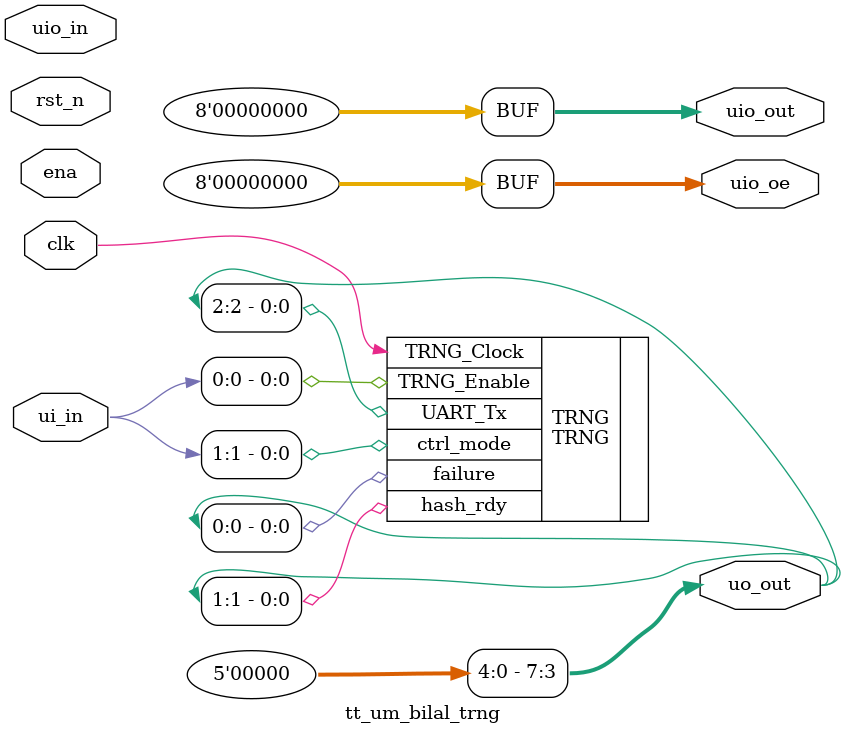
<source format=v>
/*
 * Copyright (c) 2024 Your Name
 * SPDX-License-Identifier: Apache-2.0
 */

`default_nettype none

module tt_um_bilal_trng (
    input  wire [7:0] ui_in,    // Dedicated inputs
    output wire [7:0] uo_out,   // Dedicated outputs
    input  wire [7:0] uio_in,   // IOs: Input path
    output wire [7:0] uio_out,  // IOs: Output path
    output wire [7:0] uio_oe,   // IOs: Enable path (active high: 0=input, 1=output)
    input  wire       ena,      // always 1 when the design is powered, so you can ignore it
    input  wire       clk,      // clock
    input  wire       rst_n     // reset_n - low to reset
);

    // Set unused outputs to zero
    assign uio_oe = 8'b0000_0000;
    assign uio_out = 8'b0000_0000;
    assign uo_out[7:3] = 5'b00000;

    // Capture unused signals to avoid warnings
    wire _unused = &{ena, uio_in}; // Safely use unused inputs

    TRNG TRNG (
        .TRNG_Enable(ui_in[0]),
        .TRNG_Clock(clk),         // Clock signal (50 MHz) for Tiny Tapeout requirements
        .ctrl_mode(ui_in[1]),     // Control signal: 0 = hashed output, 1 = raw Sample_Out
        .failure(uo_out[0]),      // Repetition Count Test failure flag
        .UART_Tx(uo_out[2]),      // UART Transmitted Data
        .hash_rdy(uo_out[1])      // Hash ready signal
    );

endmodule


</source>
